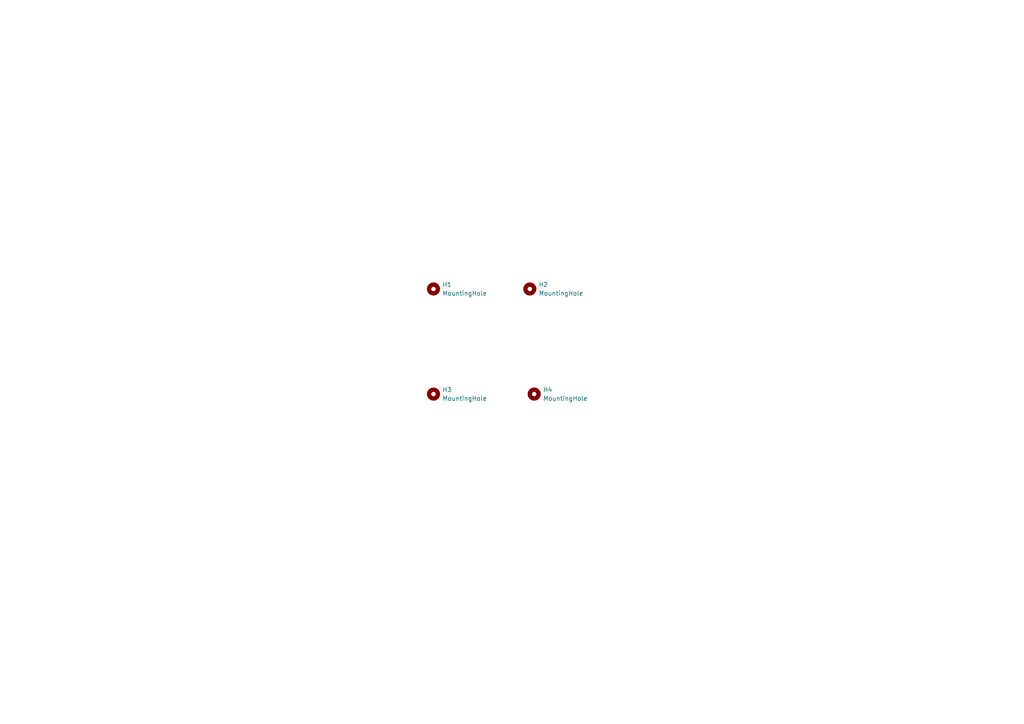
<source format=kicad_sch>
(kicad_sch (version 20250114) (generator "eeschema") (generator_version "9.0")
  (paper "A4")
  (title_block (title "OpenSync Mounting Holes") (date "2025-12-02") (rev "0.1") (company "OpenPIV Consortium"))
  (lib_symbols
    (symbol "Mechanical:MountingHole" (pin_names (offset 1.016)) (in_bom no)
      (property "Reference" "H" (at 0 5.08 0))
      (property "Value" "MountingHole" (at 0 3.175 0))
      (symbol "MountingHole_0_1"
        (circle (center 0 0) (radius 1.27) (stroke (width 1.27)))
      )
    )
  )
  (symbol (lib_id "Mechanical:MountingHole") (at 125.73 114.3 0) (unit 1) (in_bom no)
    (property "Reference" "H3" (at 128.27 113.0299 0) (effects (justify left)))
    (property "Value" "MountingHole" (at 128.27 115.5699 0) (effects (justify left)))
    (property "Footprint" "MountingHole:MountingHole_3.2mm_M3_ISO7380" (effects (hide yes)))
    (property "Description" "Mounting Hole without connection" (effects (hide yes)))
  )
  (symbol (lib_id "Mechanical:MountingHole") (at 154.94 114.3 0) (unit 1) (in_bom no)
    (property "Reference" "H4" (at 157.48 113.0299 0) (effects (justify left)))
    (property "Value" "MountingHole" (at 157.48 115.5699 0) (effects (justify left)))
    (property "Footprint" "MountingHole:MountingHole_3.2mm_M3_ISO7380" (effects (hide yes)))
    (property "Description" "Mounting Hole without connection" (effects (hide yes)))
  )
  (symbol (lib_id "Mechanical:MountingHole") (at 153.67 83.82 0) (unit 1) (in_bom no)
    (property "Reference" "H2" (at 156.21 82.5499 0) (effects (justify left)))
    (property "Value" "MountingHole" (at 156.21 85.0899 0) (effects (justify left)))
    (property "Footprint" "MountingHole:MountingHole_3.2mm_M3_ISO7380" (effects (hide yes)))
    (property "Description" "Mounting Hole without connection" (effects (hide yes)))
  )
  (symbol (lib_id "Mechanical:MountingHole") (at 125.73 83.82 0) (unit 1) (in_bom no)
    (property "Reference" "H1" (at 128.27 82.5499 0) (effects (justify left)))
    (property "Value" "MountingHole" (at 128.27 85.0899 0) (effects (justify left)))
    (property "Footprint" "MountingHole:MountingHole_3.2mm_M3_ISO7380" (effects (hide yes)))
    (property "Description" "Mounting Hole without connection" (effects (hide yes)))
  )
)
</source>
